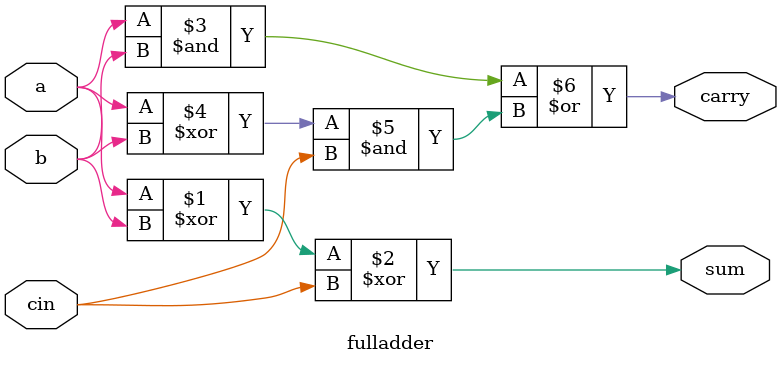
<source format=v>
module fulladder_4b (input [31:0] a, b, input cin, output carry, output [31:0] sum);
  wire [32:0] x;

	fulladder fa1(a[0], b[0], cin, x[0], sum[0]);
	fulladder fa2(a[1], b[1], x[0], x[1], sum[1]);
	fulladder fa3(a[2], b[2], x[1], x[2], sum[2]);
	fulladder fa4(a[3], b[3], x[2], x[3], sum[3]);
	fulladder fa1(a[4], b[4], x[3], x[4], sum[4]);
	fulladder fa2(a[5], b[5], x[4], x[5], sum[5]);
	fulladder fa3(a[6], b[6], x[5], x[6], sum[6]);
	fulladder fa4(a[7], b[7], x[6], x[7], sum[7]);
  fulladder fa1(a[8], b[8], x[7], x[8], sum[8]);
  fulladder fa2(a[9], b[9], x[8], x[9], sum[9]);
  fulladder fa3(a[10], b[10], x[9], x[10], sum[10]);
  fulladder fa4(a[11], b[11], x[10], x[11], sum[11]);
  fulladder fa1(a[12], b[12], x[11], x[12], sum[12]);
  fulladder fa2(a[13], b[13], x[12], x[13], sum[13]);
  fulladder fa3(a[14], b[14], x[13], x[14], sum[14]);
  fulladder fa4(a[15], b[15], x[14], x[15], sum[15]);
  fulladder fa1(a[16], b[16], x[15], x[16], sum[16]);
	fulladder fa2(a[17], b[17], x[16], x[17], sum[17]);
	fulladder fa3(a[18], b[18], x[17], x[18], sum[18]);
	fulladder fa4(a[19], b[19], x[18], x[19], sum[19]);
	fulladder fa1(a[20], b[20], x[19], x[20], sum[20]);
	fulladder fa2(a[21], b[21], x[20], x[21], sum[21]);
	fulladder fa3(a[22], b[22], x[21], x[22], sum[22]);
	fulladder fa4(a[23], b[23], x[22], x[23], sum[23]);
  fulladder fa1(a[24], b[24], x[23], x[24], sum[24]);
  fulladder fa2(a[25], b[25], x[24], x[25], sum[25]);
  fulladder fa3(a[26], b[26], x[25], x[26], sum[26]);
  fulladder fa4(a[27], b[27], x[26], x[27], sum[27]);
  fulladder fa1(a[28], b[28], x[27], x[28], sum[28]);
  fulladder fa2(a[29], b[29], x[28], x[29], sum[29]);
  fulladder fa3(a[30], b[30], x[29], x[30], sum[30]);
  fulladder fa4(a[31], b[31], x[30], x[31], sum[31]);
  assign carry = x[31];
endmodule

module fulladder (input a, b, cin, output carry, sum);
	assign sum = a^b^cin;
	assign carry = (a & b) | ((a^b)&cin);
endmodule

</source>
